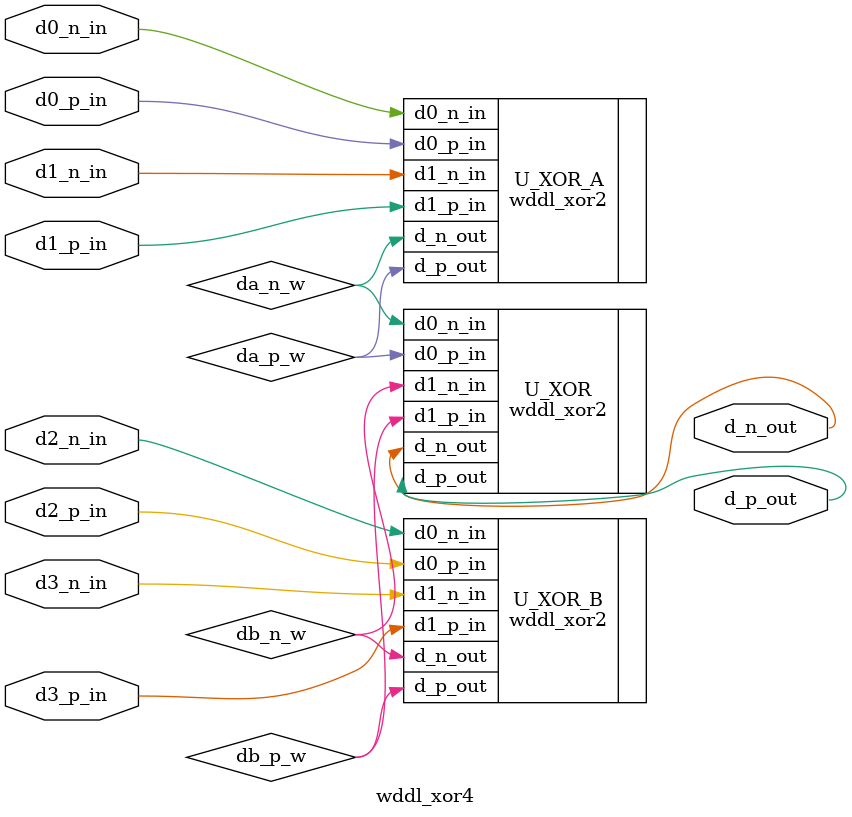
<source format=v>
module  wddl_xor4
(
 d0_p_in
,d0_n_in
,d1_p_in
,d1_n_in
,d2_p_in
,d2_n_in
,d3_p_in
,d3_n_in
,d_p_out
,d_n_out
);

parameter WIDTH      = 1;

input   [WIDTH-1 : 0]   d0_p_in, d0_n_in;
input   [WIDTH-1 : 0]   d1_p_in, d1_n_in;
input   [WIDTH-1 : 0]   d2_p_in, d2_n_in;
input   [WIDTH-1 : 0]   d3_p_in, d3_n_in;
output  [WIDTH-1 : 0]   d_p_out, d_n_out;

wire    [WIDTH-1 : 0]   da_p_w, da_n_w,
                        db_p_w, db_n_w;


wddl_xor2 #(WIDTH)    U_XOR_A
(
 .d0_p_in   ( d0_p_in   )
,.d0_n_in   ( d0_n_in   )
,.d1_p_in   ( d1_p_in   )
,.d1_n_in   ( d1_n_in   )
,.d_p_out   ( da_p_w    )
,.d_n_out   ( da_n_w    )
);

wddl_xor2 #(WIDTH)    U_XOR_B
(
 .d0_p_in   ( d2_p_in   )
,.d0_n_in   ( d2_n_in   )
,.d1_p_in   ( d3_p_in   )
,.d1_n_in   ( d3_n_in   )
,.d_p_out   ( db_p_w    )
,.d_n_out   ( db_n_w    )
);

wddl_xor2 #(WIDTH)    U_XOR
(
 .d0_p_in   ( da_p_w    )
,.d0_n_in   ( da_n_w    )
,.d1_p_in   ( db_p_w    )
,.d1_n_in   ( db_n_w    )
,.d_p_out   ( d_p_out   )
,.d_n_out   ( d_n_out   )
);


endmodule

</source>
